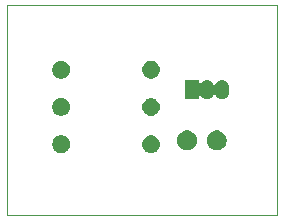
<source format=gbr>
G04 #@! TF.GenerationSoftware,KiCad,Pcbnew,(5.1.2)-2*
G04 #@! TF.CreationDate,2019-08-09T21:51:25-03:00*
G04 #@! TF.ProjectId,Minicurso IEEE,4d696e69-6375-4727-936f-20494545452e,rev?*
G04 #@! TF.SameCoordinates,Original*
G04 #@! TF.FileFunction,Soldermask,Bot*
G04 #@! TF.FilePolarity,Negative*
%FSLAX46Y46*%
G04 Gerber Fmt 4.6, Leading zero omitted, Abs format (unit mm)*
G04 Created by KiCad (PCBNEW (5.1.2)-2) date 2019-08-09 21:51:25*
%MOMM*%
%LPD*%
G04 APERTURE LIST*
%ADD10C,0.050000*%
%ADD11C,0.100000*%
G04 APERTURE END LIST*
D10*
X53340000Y-114300000D02*
X53340000Y-96520000D01*
X76200000Y-114300000D02*
X53340000Y-114300000D01*
X76200000Y-96520000D02*
X76200000Y-114300000D01*
X53340000Y-96520000D02*
X76200000Y-96520000D01*
D11*
G36*
X58129059Y-107537860D02*
G01*
X58189294Y-107562810D01*
X58265732Y-107594472D01*
X58388735Y-107676660D01*
X58493340Y-107781265D01*
X58575528Y-107904268D01*
X58632140Y-108040941D01*
X58661000Y-108186033D01*
X58661000Y-108333967D01*
X58632140Y-108479059D01*
X58575528Y-108615732D01*
X58493340Y-108738735D01*
X58388735Y-108843340D01*
X58265732Y-108925528D01*
X58265731Y-108925529D01*
X58265730Y-108925529D01*
X58129059Y-108982140D01*
X57983968Y-109011000D01*
X57836032Y-109011000D01*
X57690941Y-108982140D01*
X57554270Y-108925529D01*
X57554269Y-108925529D01*
X57554268Y-108925528D01*
X57431265Y-108843340D01*
X57326660Y-108738735D01*
X57244472Y-108615732D01*
X57187860Y-108479059D01*
X57159000Y-108333967D01*
X57159000Y-108186033D01*
X57187860Y-108040941D01*
X57244472Y-107904268D01*
X57326660Y-107781265D01*
X57431265Y-107676660D01*
X57554268Y-107594472D01*
X57630707Y-107562810D01*
X57690941Y-107537860D01*
X57836032Y-107509000D01*
X57983968Y-107509000D01*
X58129059Y-107537860D01*
X58129059Y-107537860D01*
G37*
G36*
X65603665Y-107512622D02*
G01*
X65677222Y-107519867D01*
X65818786Y-107562810D01*
X65949252Y-107632546D01*
X65979040Y-107656992D01*
X66063607Y-107726393D01*
X66133008Y-107810960D01*
X66157454Y-107840748D01*
X66227190Y-107971214D01*
X66270133Y-108112778D01*
X66284633Y-108260000D01*
X66270133Y-108407222D01*
X66227190Y-108548786D01*
X66157454Y-108679252D01*
X66137023Y-108704147D01*
X66063607Y-108793607D01*
X66003004Y-108843341D01*
X65949252Y-108887454D01*
X65818786Y-108957190D01*
X65677222Y-109000133D01*
X65603665Y-109007378D01*
X65566888Y-109011000D01*
X65493112Y-109011000D01*
X65456335Y-109007378D01*
X65382778Y-109000133D01*
X65241214Y-108957190D01*
X65110748Y-108887454D01*
X65056996Y-108843341D01*
X64996393Y-108793607D01*
X64922977Y-108704147D01*
X64902546Y-108679252D01*
X64832810Y-108548786D01*
X64789867Y-108407222D01*
X64775367Y-108260000D01*
X64789867Y-108112778D01*
X64832810Y-107971214D01*
X64902546Y-107840748D01*
X64926992Y-107810960D01*
X64996393Y-107726393D01*
X65080960Y-107656992D01*
X65110748Y-107632546D01*
X65241214Y-107562810D01*
X65382778Y-107519867D01*
X65456335Y-107512622D01*
X65493112Y-107509000D01*
X65566888Y-107509000D01*
X65603665Y-107512622D01*
X65603665Y-107512622D01*
G37*
G36*
X68828228Y-107131703D02*
G01*
X68983100Y-107195853D01*
X69122481Y-107288985D01*
X69241015Y-107407519D01*
X69334147Y-107546900D01*
X69398297Y-107701772D01*
X69431000Y-107866184D01*
X69431000Y-108033816D01*
X69398297Y-108198228D01*
X69334147Y-108353100D01*
X69241015Y-108492481D01*
X69122481Y-108611015D01*
X68983100Y-108704147D01*
X68828228Y-108768297D01*
X68663816Y-108801000D01*
X68496184Y-108801000D01*
X68331772Y-108768297D01*
X68176900Y-108704147D01*
X68037519Y-108611015D01*
X67918985Y-108492481D01*
X67825853Y-108353100D01*
X67761703Y-108198228D01*
X67729000Y-108033816D01*
X67729000Y-107866184D01*
X67761703Y-107701772D01*
X67825853Y-107546900D01*
X67918985Y-107407519D01*
X68037519Y-107288985D01*
X68176900Y-107195853D01*
X68331772Y-107131703D01*
X68496184Y-107099000D01*
X68663816Y-107099000D01*
X68828228Y-107131703D01*
X68828228Y-107131703D01*
G37*
G36*
X71328228Y-107131703D02*
G01*
X71483100Y-107195853D01*
X71622481Y-107288985D01*
X71741015Y-107407519D01*
X71834147Y-107546900D01*
X71898297Y-107701772D01*
X71931000Y-107866184D01*
X71931000Y-108033816D01*
X71898297Y-108198228D01*
X71834147Y-108353100D01*
X71741015Y-108492481D01*
X71622481Y-108611015D01*
X71483100Y-108704147D01*
X71328228Y-108768297D01*
X71163816Y-108801000D01*
X70996184Y-108801000D01*
X70831772Y-108768297D01*
X70676900Y-108704147D01*
X70537519Y-108611015D01*
X70418985Y-108492481D01*
X70325853Y-108353100D01*
X70261703Y-108198228D01*
X70229000Y-108033816D01*
X70229000Y-107866184D01*
X70261703Y-107701772D01*
X70325853Y-107546900D01*
X70418985Y-107407519D01*
X70537519Y-107288985D01*
X70676900Y-107195853D01*
X70831772Y-107131703D01*
X70996184Y-107099000D01*
X71163816Y-107099000D01*
X71328228Y-107131703D01*
X71328228Y-107131703D01*
G37*
G36*
X65603665Y-104362622D02*
G01*
X65677222Y-104369867D01*
X65818786Y-104412810D01*
X65949252Y-104482546D01*
X65979040Y-104506992D01*
X66063607Y-104576393D01*
X66133008Y-104660960D01*
X66157454Y-104690748D01*
X66227190Y-104821214D01*
X66270133Y-104962778D01*
X66284633Y-105110000D01*
X66270133Y-105257222D01*
X66227190Y-105398786D01*
X66157454Y-105529252D01*
X66133008Y-105559040D01*
X66063607Y-105643607D01*
X66003004Y-105693341D01*
X65949252Y-105737454D01*
X65818786Y-105807190D01*
X65677222Y-105850133D01*
X65603665Y-105857378D01*
X65566888Y-105861000D01*
X65493112Y-105861000D01*
X65456335Y-105857378D01*
X65382778Y-105850133D01*
X65241214Y-105807190D01*
X65110748Y-105737454D01*
X65056996Y-105693341D01*
X64996393Y-105643607D01*
X64926992Y-105559040D01*
X64902546Y-105529252D01*
X64832810Y-105398786D01*
X64789867Y-105257222D01*
X64775367Y-105110000D01*
X64789867Y-104962778D01*
X64832810Y-104821214D01*
X64902546Y-104690748D01*
X64926992Y-104660960D01*
X64996393Y-104576393D01*
X65080960Y-104506992D01*
X65110748Y-104482546D01*
X65241214Y-104412810D01*
X65382778Y-104369867D01*
X65456335Y-104362622D01*
X65493112Y-104359000D01*
X65566888Y-104359000D01*
X65603665Y-104362622D01*
X65603665Y-104362622D01*
G37*
G36*
X58129059Y-104387860D02*
G01*
X58264079Y-104443787D01*
X58265732Y-104444472D01*
X58388735Y-104526660D01*
X58493340Y-104631265D01*
X58575528Y-104754268D01*
X58632140Y-104890941D01*
X58661000Y-105036033D01*
X58661000Y-105183967D01*
X58632140Y-105329059D01*
X58575528Y-105465732D01*
X58493340Y-105588735D01*
X58388735Y-105693340D01*
X58265732Y-105775528D01*
X58265731Y-105775529D01*
X58265730Y-105775529D01*
X58129059Y-105832140D01*
X57983968Y-105861000D01*
X57836032Y-105861000D01*
X57690941Y-105832140D01*
X57554270Y-105775529D01*
X57554269Y-105775529D01*
X57554268Y-105775528D01*
X57431265Y-105693340D01*
X57326660Y-105588735D01*
X57244472Y-105465732D01*
X57187860Y-105329059D01*
X57159000Y-105183967D01*
X57159000Y-105036033D01*
X57187860Y-104890941D01*
X57244472Y-104754268D01*
X57326660Y-104631265D01*
X57431265Y-104526660D01*
X57554268Y-104444472D01*
X57555922Y-104443787D01*
X57690941Y-104387860D01*
X57836032Y-104359000D01*
X57983968Y-104359000D01*
X58129059Y-104387860D01*
X58129059Y-104387860D01*
G37*
G36*
X71642915Y-102847334D02*
G01*
X71751491Y-102880271D01*
X71751494Y-102880272D01*
X71787600Y-102899571D01*
X71851556Y-102933756D01*
X71939264Y-103005736D01*
X72011244Y-103093443D01*
X72045429Y-103157399D01*
X72064728Y-103193505D01*
X72064729Y-103193508D01*
X72097666Y-103302084D01*
X72106000Y-103386702D01*
X72106000Y-103893297D01*
X72097666Y-103977916D01*
X72065252Y-104084767D01*
X72064728Y-104086495D01*
X72054761Y-104105141D01*
X72011244Y-104186557D01*
X71939264Y-104274264D01*
X71851557Y-104346244D01*
X71787601Y-104380429D01*
X71751495Y-104399728D01*
X71751492Y-104399729D01*
X71642916Y-104432666D01*
X71530000Y-104443787D01*
X71417085Y-104432666D01*
X71308509Y-104399729D01*
X71308506Y-104399728D01*
X71272400Y-104380429D01*
X71208444Y-104346244D01*
X71120737Y-104274264D01*
X71048757Y-104186557D01*
X71005239Y-104105141D01*
X70991625Y-104084766D01*
X70974298Y-104067439D01*
X70953924Y-104053826D01*
X70931285Y-104044448D01*
X70907252Y-104039668D01*
X70882748Y-104039668D01*
X70858715Y-104044448D01*
X70836076Y-104053826D01*
X70815701Y-104067440D01*
X70798374Y-104084767D01*
X70784761Y-104105141D01*
X70741244Y-104186557D01*
X70669264Y-104274264D01*
X70581557Y-104346244D01*
X70517601Y-104380429D01*
X70481495Y-104399728D01*
X70481492Y-104399729D01*
X70372916Y-104432666D01*
X70260000Y-104443787D01*
X70147085Y-104432666D01*
X70038509Y-104399729D01*
X70038506Y-104399728D01*
X70002400Y-104380429D01*
X69938444Y-104346244D01*
X69850737Y-104274264D01*
X69787622Y-104197359D01*
X69770297Y-104180034D01*
X69749923Y-104166420D01*
X69727284Y-104157043D01*
X69703250Y-104152263D01*
X69678746Y-104152263D01*
X69654713Y-104157044D01*
X69632074Y-104166421D01*
X69611700Y-104180035D01*
X69594373Y-104197362D01*
X69580759Y-104217736D01*
X69571382Y-104240375D01*
X69566000Y-104276660D01*
X69566000Y-104441000D01*
X68414000Y-104441000D01*
X68414000Y-102839000D01*
X69566000Y-102839000D01*
X69566000Y-103003341D01*
X69568402Y-103027727D01*
X69575515Y-103051176D01*
X69587066Y-103072787D01*
X69602611Y-103091729D01*
X69621553Y-103107274D01*
X69643164Y-103118825D01*
X69666613Y-103125938D01*
X69690999Y-103128340D01*
X69715385Y-103125938D01*
X69738834Y-103118825D01*
X69760445Y-103107274D01*
X69779387Y-103091729D01*
X69787608Y-103082657D01*
X69850736Y-103005736D01*
X69938443Y-102933756D01*
X70002399Y-102899571D01*
X70038505Y-102880272D01*
X70038508Y-102880271D01*
X70147084Y-102847334D01*
X70260000Y-102836213D01*
X70372915Y-102847334D01*
X70481491Y-102880271D01*
X70481494Y-102880272D01*
X70517600Y-102899571D01*
X70581556Y-102933756D01*
X70669264Y-103005736D01*
X70741244Y-103093443D01*
X70784761Y-103174859D01*
X70798375Y-103195234D01*
X70815702Y-103212561D01*
X70836076Y-103226174D01*
X70858715Y-103235552D01*
X70882748Y-103240332D01*
X70907252Y-103240332D01*
X70931285Y-103235552D01*
X70953924Y-103226174D01*
X70974299Y-103212560D01*
X70991626Y-103195233D01*
X71005239Y-103174860D01*
X71048756Y-103093444D01*
X71120736Y-103005736D01*
X71208443Y-102933756D01*
X71272399Y-102899571D01*
X71308505Y-102880272D01*
X71308508Y-102880271D01*
X71417084Y-102847334D01*
X71530000Y-102836213D01*
X71642915Y-102847334D01*
X71642915Y-102847334D01*
G37*
G36*
X58129059Y-101237860D02*
G01*
X58189294Y-101262810D01*
X58265732Y-101294472D01*
X58388735Y-101376660D01*
X58493340Y-101481265D01*
X58575528Y-101604268D01*
X58632140Y-101740941D01*
X58661000Y-101886033D01*
X58661000Y-102033967D01*
X58632140Y-102179059D01*
X58575528Y-102315732D01*
X58493340Y-102438735D01*
X58388735Y-102543340D01*
X58265732Y-102625528D01*
X58265731Y-102625529D01*
X58265730Y-102625529D01*
X58129059Y-102682140D01*
X57983968Y-102711000D01*
X57836032Y-102711000D01*
X57690941Y-102682140D01*
X57554270Y-102625529D01*
X57554269Y-102625529D01*
X57554268Y-102625528D01*
X57431265Y-102543340D01*
X57326660Y-102438735D01*
X57244472Y-102315732D01*
X57187860Y-102179059D01*
X57159000Y-102033967D01*
X57159000Y-101886033D01*
X57187860Y-101740941D01*
X57244472Y-101604268D01*
X57326660Y-101481265D01*
X57431265Y-101376660D01*
X57554268Y-101294472D01*
X57630707Y-101262810D01*
X57690941Y-101237860D01*
X57836032Y-101209000D01*
X57983968Y-101209000D01*
X58129059Y-101237860D01*
X58129059Y-101237860D01*
G37*
G36*
X65603665Y-101212622D02*
G01*
X65677222Y-101219867D01*
X65818786Y-101262810D01*
X65949252Y-101332546D01*
X65979040Y-101356992D01*
X66063607Y-101426393D01*
X66133008Y-101510960D01*
X66157454Y-101540748D01*
X66227190Y-101671214D01*
X66270133Y-101812778D01*
X66284633Y-101960000D01*
X66270133Y-102107222D01*
X66227190Y-102248786D01*
X66157454Y-102379252D01*
X66133008Y-102409040D01*
X66063607Y-102493607D01*
X66003004Y-102543341D01*
X65949252Y-102587454D01*
X65818786Y-102657190D01*
X65677222Y-102700133D01*
X65603665Y-102707378D01*
X65566888Y-102711000D01*
X65493112Y-102711000D01*
X65456335Y-102707378D01*
X65382778Y-102700133D01*
X65241214Y-102657190D01*
X65110748Y-102587454D01*
X65056996Y-102543341D01*
X64996393Y-102493607D01*
X64926992Y-102409040D01*
X64902546Y-102379252D01*
X64832810Y-102248786D01*
X64789867Y-102107222D01*
X64775367Y-101960000D01*
X64789867Y-101812778D01*
X64832810Y-101671214D01*
X64902546Y-101540748D01*
X64926992Y-101510960D01*
X64996393Y-101426393D01*
X65080960Y-101356992D01*
X65110748Y-101332546D01*
X65241214Y-101262810D01*
X65382778Y-101219867D01*
X65456335Y-101212622D01*
X65493112Y-101209000D01*
X65566888Y-101209000D01*
X65603665Y-101212622D01*
X65603665Y-101212622D01*
G37*
M02*

</source>
